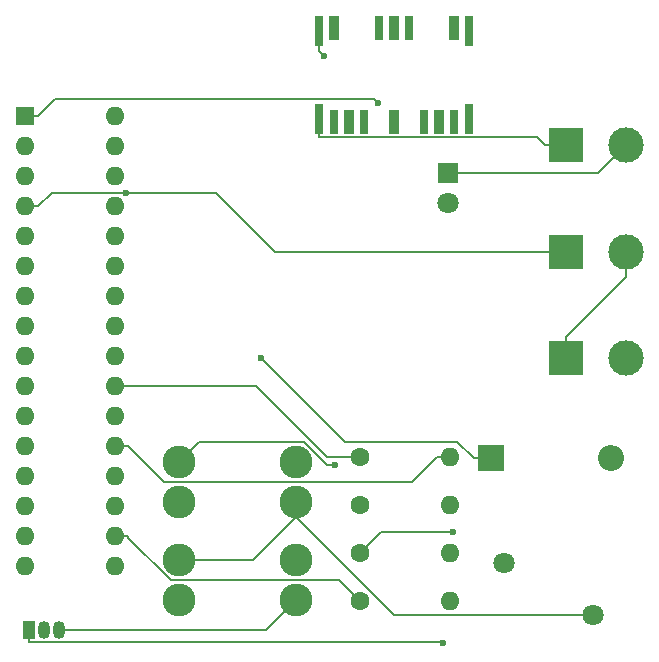
<source format=gbr>
%TF.GenerationSoftware,KiCad,Pcbnew,9.0.1+dfsg-1*%
%TF.CreationDate,2025-05-19T03:38:21+05:30*%
%TF.ProjectId,SmartHeaterControl,536d6172-7448-4656-9174-6572436f6e74,rev?*%
%TF.SameCoordinates,Original*%
%TF.FileFunction,Copper,L1,Top*%
%TF.FilePolarity,Positive*%
%FSLAX46Y46*%
G04 Gerber Fmt 4.6, Leading zero omitted, Abs format (unit mm)*
G04 Created by KiCad (PCBNEW 9.0.1+dfsg-1) date 2025-05-19 03:38:21*
%MOMM*%
%LPD*%
G01*
G04 APERTURE LIST*
%TA.AperFunction,ComponentPad*%
%ADD10R,3.000000X3.000000*%
%TD*%
%TA.AperFunction,ComponentPad*%
%ADD11C,3.000000*%
%TD*%
%TA.AperFunction,ComponentPad*%
%ADD12C,2.780000*%
%TD*%
%TA.AperFunction,ComponentPad*%
%ADD13C,1.800000*%
%TD*%
%TA.AperFunction,ComponentPad*%
%ADD14R,1.050000X1.500000*%
%TD*%
%TA.AperFunction,ComponentPad*%
%ADD15O,1.050000X1.500000*%
%TD*%
%TA.AperFunction,ComponentPad*%
%ADD16C,1.600000*%
%TD*%
%TA.AperFunction,ComponentPad*%
%ADD17O,1.600000X1.600000*%
%TD*%
%TA.AperFunction,SMDPad,CuDef*%
%ADD18R,0.700000X2.500000*%
%TD*%
%TA.AperFunction,SMDPad,CuDef*%
%ADD19R,0.900000X2.000000*%
%TD*%
%TA.AperFunction,SMDPad,CuDef*%
%ADD20R,0.700000X2.000000*%
%TD*%
%TA.AperFunction,ComponentPad*%
%ADD21R,1.600000X1.600000*%
%TD*%
%TA.AperFunction,ComponentPad*%
%ADD22R,1.800000X1.800000*%
%TD*%
%TA.AperFunction,ComponentPad*%
%ADD23R,2.200000X2.200000*%
%TD*%
%TA.AperFunction,ComponentPad*%
%ADD24O,2.200000X2.200000*%
%TD*%
%TA.AperFunction,ViaPad*%
%ADD25C,0.600000*%
%TD*%
%TA.AperFunction,Conductor*%
%ADD26C,0.200000*%
%TD*%
G04 APERTURE END LIST*
D10*
%TO.P,J1,1,Pin_1*%
%TO.N,Net-(J1-Pin_1)*%
X151990000Y-73850000D03*
D11*
%TO.P,J1,2,Pin_2*%
%TO.N,GND*%
X157070000Y-73850000D03*
%TD*%
D12*
%TO.P,F1,1*%
%TO.N,Net-(F1-Pad1)*%
X119220000Y-100720000D03*
X119220000Y-104120000D03*
%TO.P,F1,2*%
%TO.N,Net-(J1-Pin_1)*%
X129140000Y-100720000D03*
X129140000Y-104120000D03*
%TD*%
%TO.P,F2,1*%
%TO.N,Net-(J1-Pin_1)*%
X119220000Y-109010000D03*
X119220000Y-112410000D03*
%TO.P,F2,2*%
%TO.N,GND*%
X129140000Y-109010000D03*
X129140000Y-112410000D03*
%TD*%
D13*
%TO.P,RV1,1*%
%TO.N,GND*%
X146750000Y-109300000D03*
%TO.P,RV1,2*%
%TO.N,Net-(J1-Pin_1)*%
X154250000Y-113700000D03*
%TD*%
D14*
%TO.P,Q1,1,B*%
%TO.N,Net-(Q1-B)*%
X106560000Y-114930000D03*
D15*
%TO.P,Q1,2,C*%
%TO.N,Net-(D1-K)*%
X107830000Y-114930000D03*
%TO.P,Q1,3,E*%
%TO.N,GND*%
X109100000Y-114930000D03*
%TD*%
D16*
%TO.P,R2,1*%
%TO.N,Net-(U1-PD2)*%
X134530000Y-104350000D03*
D17*
%TO.P,R2,2*%
%TO.N,Net-(Q1-B)*%
X142150000Y-104350000D03*
%TD*%
D18*
%TO.P,K1,1*%
%TO.N,N/C*%
X143760000Y-64185000D03*
D19*
%TO.P,K1,2*%
X142490000Y-63935000D03*
D20*
%TO.P,K1,5*%
X138680000Y-63935000D03*
D19*
%TO.P,K1,6*%
X137410000Y-63935000D03*
D20*
%TO.P,K1,7*%
X136140000Y-63935000D03*
D19*
%TO.P,K1,10*%
X132330000Y-63935000D03*
D18*
%TO.P,K1,11*%
%TO.N,Net-(F1-Pad1)*%
X131060000Y-64185000D03*
%TO.P,K1,12*%
%TO.N,Net-(J1-Pin_1)*%
X131060000Y-71685000D03*
D20*
%TO.P,K1,13*%
%TO.N,N/C*%
X132330000Y-71935000D03*
D19*
%TO.P,K1,14*%
%TO.N,unconnected-(K1-Pad14)*%
X133600000Y-71935000D03*
D20*
%TO.P,K1,15*%
%TO.N,N/C*%
X134870000Y-71935000D03*
D19*
%TO.P,K1,17*%
X137410000Y-71935000D03*
D20*
%TO.P,K1,19*%
X139950000Y-71935000D03*
D19*
%TO.P,K1,20*%
X141220000Y-71935000D03*
D20*
%TO.P,K1,21*%
X142490000Y-71935000D03*
D18*
%TO.P,K1,22*%
X143760000Y-71685000D03*
%TD*%
D21*
%TO.P,U1,1,PD3*%
%TO.N,Net-(U1-PD3)*%
X106200000Y-71450000D03*
D17*
%TO.P,U1,2,PD4*%
%TO.N,unconnected-(U1-PD4-Pad2)*%
X106200000Y-73990000D03*
%TO.P,U1,3,GND*%
%TO.N,GND*%
X106200000Y-76530000D03*
%TO.P,U1,4,VCC*%
%TO.N,+5V*%
X106200000Y-79070000D03*
%TO.P,U1,5,GND*%
%TO.N,GND*%
X106200000Y-81610000D03*
%TO.P,U1,6,VCC*%
%TO.N,+5V*%
X106200000Y-84150000D03*
%TO.P,U1,7,XTAL1/PB6*%
%TO.N,unconnected-(U1-XTAL1{slash}PB6-Pad7)*%
X106200000Y-86690000D03*
%TO.P,U1,8,XTAL2/PB7*%
%TO.N,unconnected-(U1-XTAL2{slash}PB7-Pad8)*%
X106200000Y-89230000D03*
%TO.P,U1,9,PD5*%
%TO.N,unconnected-(U1-PD5-Pad9)*%
X106200000Y-91770000D03*
%TO.P,U1,10,PD6*%
%TO.N,unconnected-(U1-PD6-Pad10)*%
X106200000Y-94310000D03*
%TO.P,U1,11,PD7*%
%TO.N,unconnected-(U1-PD7-Pad11)*%
X106200000Y-96850000D03*
%TO.P,U1,12,PB0*%
%TO.N,unconnected-(U1-PB0-Pad12)*%
X106200000Y-99390000D03*
%TO.P,U1,13,PB1*%
%TO.N,unconnected-(U1-PB1-Pad13)*%
X106200000Y-101930000D03*
%TO.P,U1,14,PB2*%
%TO.N,unconnected-(U1-PB2-Pad14)*%
X106200000Y-104470000D03*
%TO.P,U1,15,PB3*%
%TO.N,unconnected-(U1-PB3-Pad15)*%
X106200000Y-107010000D03*
%TO.P,U1,16,PB4*%
%TO.N,unconnected-(U1-PB4-Pad16)*%
X106200000Y-109550000D03*
%TO.P,U1,17,PB5*%
%TO.N,unconnected-(U1-PB5-Pad17)*%
X113820000Y-109550000D03*
%TO.P,U1,18,AVCC*%
%TO.N,+5V*%
X113820000Y-107010000D03*
%TO.P,U1,19,ADC6*%
%TO.N,unconnected-(U1-ADC6-Pad19)*%
X113820000Y-104470000D03*
%TO.P,U1,20,AREF*%
%TO.N,unconnected-(U1-AREF-Pad20)*%
X113820000Y-101930000D03*
%TO.P,U1,21,GND*%
%TO.N,GND*%
X113820000Y-99390000D03*
%TO.P,U1,22,ADC7*%
%TO.N,unconnected-(U1-ADC7-Pad22)*%
X113820000Y-96850000D03*
%TO.P,U1,23,PC0*%
%TO.N,Net-(U1-PC0)*%
X113820000Y-94310000D03*
%TO.P,U1,24,PC1*%
%TO.N,unconnected-(U1-PC1-Pad24)*%
X113820000Y-91770000D03*
%TO.P,U1,25,PC2*%
%TO.N,unconnected-(U1-PC2-Pad25)*%
X113820000Y-89230000D03*
%TO.P,U1,26,PC3*%
%TO.N,unconnected-(U1-PC3-Pad26)*%
X113820000Y-86690000D03*
%TO.P,U1,27,PC4*%
%TO.N,unconnected-(U1-PC4-Pad27)*%
X113820000Y-84150000D03*
%TO.P,U1,28,PC5*%
%TO.N,unconnected-(U1-PC5-Pad28)*%
X113820000Y-81610000D03*
%TO.P,U1,29,~{RESET}/PC6*%
%TO.N,unconnected-(U1-~{RESET}{slash}PC6-Pad29)*%
X113820000Y-79070000D03*
%TO.P,U1,30,PD0*%
%TO.N,unconnected-(U1-PD0-Pad30)*%
X113820000Y-76530000D03*
%TO.P,U1,31,PD1*%
%TO.N,unconnected-(U1-PD1-Pad31)*%
X113820000Y-73990000D03*
%TO.P,U1,32,PD2*%
%TO.N,Net-(U1-PD2)*%
X113820000Y-71450000D03*
%TD*%
D10*
%TO.P,R3,1*%
%TO.N,GND*%
X151990000Y-91950000D03*
D11*
%TO.P,R3,2*%
%TO.N,Net-(J1-Pin_1)*%
X157070000Y-91950000D03*
%TD*%
D10*
%TO.P,J2,1,Pin_1*%
%TO.N,+5V*%
X151990000Y-82900000D03*
D11*
%TO.P,J2,2,Pin_2*%
%TO.N,GND*%
X157070000Y-82900000D03*
%TD*%
D22*
%TO.P,D2,1,K*%
%TO.N,GND*%
X142000000Y-76225000D03*
D13*
%TO.P,D2,2,A*%
%TO.N,Net-(D2-A)*%
X142000000Y-78765000D03*
%TD*%
D16*
%TO.P,R4,1*%
%TO.N,Net-(D2-A)*%
X134530000Y-108400000D03*
D17*
%TO.P,R4,2*%
%TO.N,Net-(U1-PD3)*%
X142150000Y-108400000D03*
%TD*%
D16*
%TO.P,TH1,1*%
%TO.N,+5V*%
X134530000Y-112450000D03*
D17*
%TO.P,TH1,2*%
%TO.N,Net-(U1-PC0)*%
X142150000Y-112450000D03*
%TD*%
D23*
%TO.P,D1,1,K*%
%TO.N,Net-(D1-K)*%
X145600000Y-100400000D03*
D24*
%TO.P,D1,2,A*%
%TO.N,+5V*%
X155760000Y-100400000D03*
%TD*%
D16*
%TO.P,R1,1*%
%TO.N,Net-(U1-PC0)*%
X134530000Y-100300000D03*
D17*
%TO.P,R1,2*%
%TO.N,GND*%
X142150000Y-100300000D03*
%TD*%
D25*
%TO.N,+5V*%
X114717700Y-77975700D03*
%TO.N,Net-(D1-K)*%
X126164700Y-91884700D03*
%TO.N,Net-(D2-A)*%
X142447500Y-106607200D03*
%TO.N,Net-(F1-Pad1)*%
X131483800Y-66378500D03*
X132446600Y-100973000D03*
%TO.N,Net-(Q1-B)*%
X141593000Y-116014000D03*
%TO.N,Net-(U1-PD3)*%
X136091000Y-70338100D03*
%TD*%
D26*
%TO.N,+5V*%
X127380000Y-82900000D02*
X151990000Y-82900000D01*
X132790000Y-110710000D02*
X134530000Y-112450000D01*
X114922000Y-107124000D02*
X118508000Y-110710000D01*
X114321400Y-77900000D02*
X122380000Y-77900000D01*
X122380000Y-77900000D02*
X127380000Y-82900000D01*
X106200000Y-79070000D02*
X107302000Y-79070000D01*
X114321400Y-77900000D02*
X114397100Y-77975700D01*
X114397100Y-77975700D02*
X114717700Y-77975700D01*
X118508000Y-110710000D02*
X132790000Y-110710000D01*
X113820000Y-107010000D02*
X114922000Y-107010000D01*
X108472000Y-77900000D02*
X114321400Y-77900000D01*
X114922000Y-107010000D02*
X114922000Y-107124000D01*
X107302000Y-79070000D02*
X108472000Y-77900000D01*
%TO.N,Net-(D1-K)*%
X126164700Y-91884600D02*
X126164700Y-91884700D01*
X126164700Y-91884700D02*
X126164700Y-91884600D01*
X133277000Y-98996800D02*
X126164700Y-91884600D01*
X145600000Y-100400000D02*
X144198000Y-100400000D01*
X126164700Y-91884600D02*
X126164700Y-91884700D01*
X142795000Y-98996800D02*
X133277000Y-98996800D01*
X144198000Y-100400000D02*
X142795000Y-98996800D01*
%TO.N,Net-(D2-A)*%
X142447500Y-106607200D02*
X136322800Y-106607200D01*
X136322800Y-106607200D02*
X134530000Y-108400000D01*
%TO.N,GND*%
X109100000Y-114930000D02*
X126620000Y-114930000D01*
X151990000Y-90148300D02*
X157070000Y-85068300D01*
X142150000Y-100300000D02*
X141048000Y-100300000D01*
X154695000Y-76225000D02*
X142000000Y-76225000D01*
X138928000Y-102420000D02*
X117952000Y-102420000D01*
X114922000Y-99390000D02*
X113820000Y-99390000D01*
X126620000Y-114930000D02*
X129140000Y-112410000D01*
X157070000Y-73850000D02*
X154695000Y-76225000D01*
X117952000Y-102420000D02*
X114922000Y-99390000D01*
X141048000Y-100300000D02*
X138928000Y-102420000D01*
X151990000Y-91950000D02*
X151990000Y-90148300D01*
X157070000Y-85068300D02*
X157070000Y-82900000D01*
%TO.N,Net-(F1-Pad1)*%
X131483800Y-66378500D02*
X131060000Y-65954700D01*
X129821100Y-99008600D02*
X131785500Y-100973000D01*
X120931400Y-99008600D02*
X129821100Y-99008600D01*
X131060000Y-65954700D02*
X131060000Y-64185000D01*
X119220000Y-100720000D02*
X120931400Y-99008600D01*
X131785500Y-100973000D02*
X132446600Y-100973000D01*
%TO.N,Net-(J1-Pin_1)*%
X131060000Y-71685000D02*
X131060000Y-73236700D01*
X154250000Y-113700000D02*
X137470000Y-113700000D01*
X149575000Y-73236700D02*
X150188300Y-73850000D01*
X131060000Y-73236700D02*
X149575000Y-73236700D01*
X151990000Y-73850000D02*
X150188300Y-73850000D01*
X125500000Y-109010000D02*
X129140000Y-105370000D01*
X137470000Y-113700000D02*
X129140000Y-105370000D01*
X129140000Y-104120000D02*
X129140000Y-105370000D01*
X119220000Y-109010000D02*
X125500000Y-109010000D01*
%TO.N,Net-(Q1-B)*%
X106560000Y-114930000D02*
X106560000Y-115982000D01*
X106560000Y-115982000D02*
X141561000Y-115982000D01*
X141561000Y-115982000D02*
X141593000Y-116014000D01*
%TO.N,Net-(U1-PC0)*%
X131732000Y-100300000D02*
X134530000Y-100300000D01*
X113820000Y-94310000D02*
X125742000Y-94310000D01*
X125742000Y-94310000D02*
X131732000Y-100300000D01*
%TO.N,Net-(U1-PD3)*%
X135752900Y-70000000D02*
X136091000Y-70338100D01*
X107302000Y-71450000D02*
X108752000Y-70000000D01*
X108752000Y-70000000D02*
X135752900Y-70000000D01*
X106200000Y-71450000D02*
X107302000Y-71450000D01*
%TD*%
M02*

</source>
